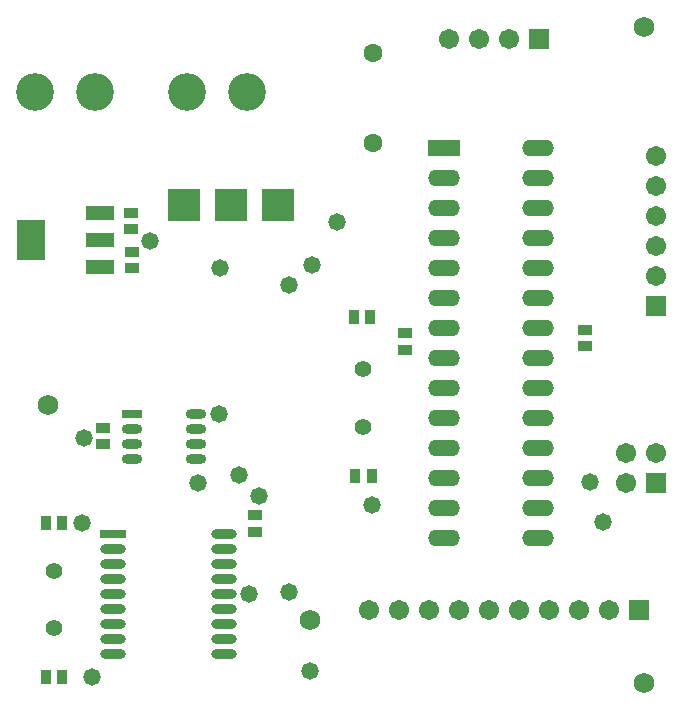
<source format=gts>
G04 Layer_Color=8388736*
%FSLAX44Y44*%
%MOMM*%
G71*
G01*
G75*
%ADD37R,2.7032X2.7032*%
%ADD38R,2.3532X1.2032*%
%ADD39R,2.3532X3.4532*%
%ADD40R,1.2032X0.9032*%
%ADD41O,1.7532X0.8032*%
%ADD42R,1.7532X0.8032*%
%ADD43R,2.2032X0.8032*%
%ADD44O,2.2032X0.8032*%
%ADD45R,0.9032X1.2032*%
%ADD46C,1.7272*%
%ADD47C,1.7032*%
%ADD48R,1.7032X1.7032*%
%ADD49R,1.7032X1.7032*%
%ADD50C,1.6032*%
%ADD51R,2.7032X1.4032*%
%ADD52O,2.7032X1.4032*%
%ADD53C,1.4032*%
%ADD54C,3.2032*%
%ADD55C,1.4732*%
D37*
X1270000Y1050000D02*
D03*
X1310000D02*
D03*
X1230000D02*
D03*
D38*
X1159250Y997000D02*
D03*
Y1020000D02*
D03*
Y1043000D02*
D03*
D39*
X1100750Y1020000D02*
D03*
D40*
X1162000Y861000D02*
D03*
Y847000D02*
D03*
X1570000Y944000D02*
D03*
Y930000D02*
D03*
X1186000Y1010000D02*
D03*
Y996000D02*
D03*
X1185000Y1029000D02*
D03*
Y1043000D02*
D03*
X1290000Y787000D02*
D03*
Y773000D02*
D03*
X1417000Y927000D02*
D03*
Y941000D02*
D03*
D41*
X1240000Y834600D02*
D03*
Y847300D02*
D03*
Y860000D02*
D03*
Y872700D02*
D03*
X1186000Y834600D02*
D03*
Y847300D02*
D03*
Y860000D02*
D03*
D42*
Y872700D02*
D03*
D43*
X1170000Y770800D02*
D03*
D44*
Y758100D02*
D03*
Y745400D02*
D03*
Y732700D02*
D03*
Y720000D02*
D03*
Y707300D02*
D03*
Y694600D02*
D03*
Y681900D02*
D03*
Y669200D02*
D03*
X1264000Y770800D02*
D03*
Y758100D02*
D03*
Y745400D02*
D03*
Y732700D02*
D03*
Y720000D02*
D03*
Y707300D02*
D03*
Y694600D02*
D03*
Y681900D02*
D03*
Y669200D02*
D03*
D45*
X1388000Y955000D02*
D03*
X1374000D02*
D03*
X1127000Y780000D02*
D03*
X1113000D02*
D03*
X1127000Y650000D02*
D03*
X1113000D02*
D03*
X1389000Y820000D02*
D03*
X1375000D02*
D03*
D46*
X1115000Y880000D02*
D03*
X1620000Y645000D02*
D03*
Y1200000D02*
D03*
X1337250Y698000D02*
D03*
D47*
X1454600Y1190000D02*
D03*
X1480000D02*
D03*
X1505400D02*
D03*
X1630000Y989200D02*
D03*
Y1014600D02*
D03*
Y1040000D02*
D03*
Y1065400D02*
D03*
Y1090800D02*
D03*
X1564350Y706750D02*
D03*
X1386550D02*
D03*
X1411950D02*
D03*
X1437350D02*
D03*
X1462750D02*
D03*
X1488150D02*
D03*
X1513550D02*
D03*
X1538950D02*
D03*
X1589750D02*
D03*
X1604600Y840000D02*
D03*
X1630000D02*
D03*
X1604600Y814600D02*
D03*
D48*
X1530800Y1190000D02*
D03*
X1615150Y706750D02*
D03*
D49*
X1630000Y963800D02*
D03*
Y814600D02*
D03*
D50*
X1390000Y1178100D02*
D03*
Y1101900D02*
D03*
D51*
X1450000Y1097800D02*
D03*
D52*
Y1072400D02*
D03*
Y1047000D02*
D03*
Y1021600D02*
D03*
Y996200D02*
D03*
Y970800D02*
D03*
Y945400D02*
D03*
Y920000D02*
D03*
Y894600D02*
D03*
Y869200D02*
D03*
Y843800D02*
D03*
Y818400D02*
D03*
Y793000D02*
D03*
Y767600D02*
D03*
X1530000Y1097800D02*
D03*
Y1072400D02*
D03*
Y1047000D02*
D03*
Y1021600D02*
D03*
Y996200D02*
D03*
Y970800D02*
D03*
Y945400D02*
D03*
Y920000D02*
D03*
Y894600D02*
D03*
Y869200D02*
D03*
Y843800D02*
D03*
Y818400D02*
D03*
Y793000D02*
D03*
Y767600D02*
D03*
D53*
X1120000Y740000D02*
D03*
Y691200D02*
D03*
X1382000Y910800D02*
D03*
Y862000D02*
D03*
D54*
X1232450Y1145000D02*
D03*
X1283250D02*
D03*
X1104200D02*
D03*
X1155000D02*
D03*
D55*
X1319000Y722250D02*
D03*
X1285250Y720000D02*
D03*
X1338750Y998750D02*
D03*
X1319000Y981750D02*
D03*
X1336500Y655250D02*
D03*
X1242000Y814500D02*
D03*
X1277000Y821000D02*
D03*
X1152500Y649750D02*
D03*
X1144000Y780000D02*
D03*
X1294000Y803250D02*
D03*
X1201000Y1019250D02*
D03*
X1145500Y852500D02*
D03*
X1389000Y796000D02*
D03*
X1261000Y996000D02*
D03*
X1360000Y1035000D02*
D03*
X1260000Y873000D02*
D03*
X1585000Y781000D02*
D03*
X1574000Y815000D02*
D03*
M02*

</source>
